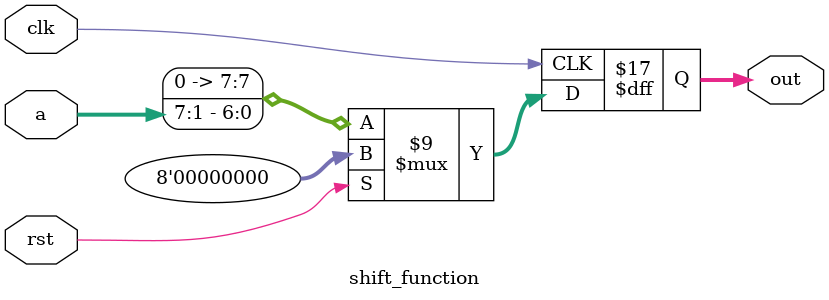
<source format=v>


module shift_function(input wire [7:0]a,
                      input wire clk,rst,
                      output reg [7:0]out
                     );
  always @(posedge clk)begin
    if(rst)
      out<=0;
    else
      out<=shift_right(a);
  end
  function [7:0]shift_right;
    input [7:0]data;
    shift_right= data >> 1;
  endfunction
endmodule

</source>
